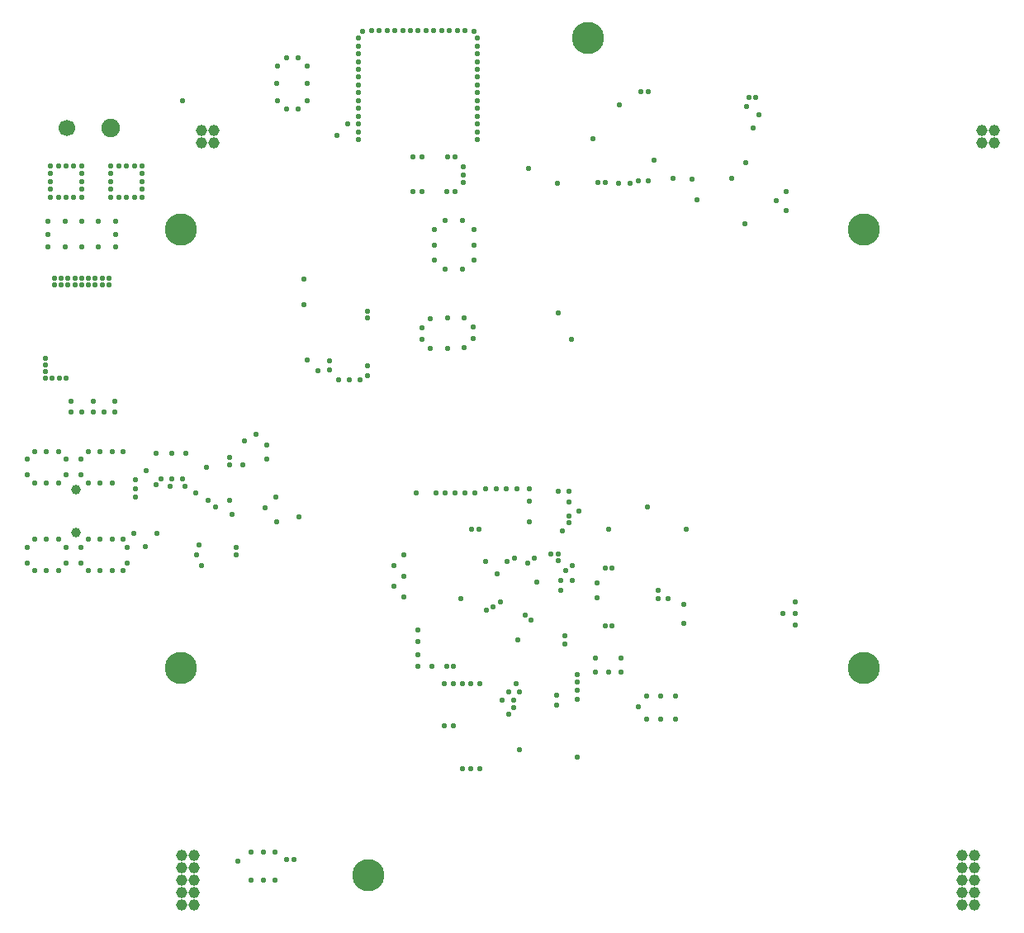
<source format=gbs>
G04 EAGLE Gerber RS-274X export*
G75*
%MOMM*%
%FSLAX34Y34*%
%LPD*%
%INSoldermask Bottom*%
%IPPOS*%
%AMOC8*
5,1,8,0,0,1.08239X$1,22.5*%
G01*
%ADD10C,1.000000*%
%ADD11C,1.700000*%
%ADD12C,1.900000*%
%ADD13C,1.150000*%
%ADD14C,3.300000*%
%ADD15C,0.550000*%


D10*
X65000Y441000D03*
X65000Y397000D03*
D11*
X55500Y812000D03*
D12*
X100500Y812000D03*
D13*
X193650Y809350D03*
X193650Y796650D03*
X206350Y796650D03*
X206350Y809350D03*
X993650Y809350D03*
X993650Y796650D03*
X1006350Y796650D03*
X1006350Y809350D03*
D14*
X173000Y708000D03*
X173000Y258000D03*
X873000Y258000D03*
X873000Y708000D03*
D13*
X986350Y65700D03*
X973650Y65700D03*
X973650Y53000D03*
X986350Y53000D03*
X973650Y40300D03*
X986350Y40300D03*
X973650Y27600D03*
X986350Y27600D03*
X973650Y14900D03*
X986350Y14900D03*
X186350Y65700D03*
X173650Y65700D03*
X173650Y53000D03*
X186350Y53000D03*
X173650Y40300D03*
X186350Y40300D03*
X173650Y27600D03*
X186350Y27600D03*
X173650Y14900D03*
X186350Y14900D03*
D14*
X365000Y46000D03*
X590000Y904000D03*
D15*
X611000Y400000D03*
X691000Y400000D03*
X790000Y314000D03*
X564000Y399000D03*
X223000Y466000D03*
X229000Y382000D03*
X229000Y374000D03*
X223000Y474000D03*
X201000Y430000D03*
X208000Y423000D03*
X223000Y430000D03*
X652000Y849000D03*
X644000Y849000D03*
X755000Y843000D03*
X762000Y843000D03*
X621000Y755000D03*
X633000Y755000D03*
X642000Y758000D03*
X652000Y758000D03*
X39000Y757000D03*
X71000Y757000D03*
X55000Y741000D03*
X281000Y884000D03*
X293000Y884000D03*
X272000Y875000D03*
X302000Y875000D03*
X472000Y608000D03*
X472000Y596000D03*
X463000Y617000D03*
X463000Y587000D03*
X344000Y816000D03*
X355000Y800000D03*
X355000Y808000D03*
X355000Y816000D03*
X355000Y872000D03*
X355000Y880000D03*
X355000Y888000D03*
X355000Y896000D03*
X355000Y848000D03*
X355000Y856000D03*
X355000Y864000D03*
X355000Y824000D03*
X355000Y832000D03*
X355000Y840000D03*
X355000Y904000D03*
X359000Y911000D03*
X477000Y904000D03*
X473000Y911000D03*
X464000Y912000D03*
X456000Y912000D03*
X448000Y912000D03*
X392000Y912000D03*
X384000Y912000D03*
X376000Y912000D03*
X368000Y912000D03*
X416000Y912000D03*
X408000Y912000D03*
X400000Y912000D03*
X440000Y912000D03*
X432000Y912000D03*
X424000Y912000D03*
X477000Y800000D03*
X477000Y808000D03*
X477000Y816000D03*
X477000Y872000D03*
X477000Y880000D03*
X477000Y888000D03*
X477000Y896000D03*
X477000Y848000D03*
X477000Y856000D03*
X477000Y864000D03*
X477000Y824000D03*
X477000Y832000D03*
X477000Y840000D03*
X333000Y804000D03*
X411000Y747000D03*
X420000Y747000D03*
X411000Y782000D03*
X420000Y782000D03*
X446000Y782000D03*
X454000Y782000D03*
X445000Y747000D03*
X454000Y747000D03*
X462000Y756000D03*
X462000Y764000D03*
X462000Y772000D03*
X433000Y692000D03*
X433000Y708000D03*
X433000Y676000D03*
X444000Y717000D03*
X461000Y717000D03*
X473000Y692000D03*
X473000Y708000D03*
X473000Y676000D03*
X444000Y667000D03*
X461000Y667000D03*
X293000Y831000D03*
X281000Y831000D03*
X302000Y840000D03*
X272000Y840000D03*
X271000Y858000D03*
X302000Y858000D03*
X420000Y595000D03*
X420000Y607000D03*
X428000Y586000D03*
X428000Y616000D03*
X446000Y617000D03*
X446000Y586000D03*
X325000Y573000D03*
X325000Y564000D03*
X334000Y554000D03*
X345000Y554000D03*
X356000Y554000D03*
X364000Y568000D03*
X364000Y558000D03*
X313000Y563000D03*
X302000Y574000D03*
X364000Y617000D03*
X364000Y624000D03*
X71000Y690000D03*
X54000Y690000D03*
X88000Y690000D03*
X106000Y690000D03*
X36000Y690000D03*
X36000Y703000D03*
X106000Y703000D03*
X71000Y716000D03*
X54000Y716000D03*
X88000Y716000D03*
X106000Y716000D03*
X36000Y716000D03*
X34000Y576000D03*
X34000Y569000D03*
X34000Y562000D03*
X34000Y555000D03*
X48000Y555000D03*
X55000Y555000D03*
X41000Y555000D03*
X82500Y532000D03*
X71000Y521000D03*
X82500Y521000D03*
X94000Y521000D03*
X60000Y521000D03*
X60000Y532000D03*
X105000Y532000D03*
X105000Y521000D03*
X55000Y773000D03*
X47000Y741000D03*
X39000Y741000D03*
X39000Y749000D03*
X63000Y741000D03*
X71000Y741000D03*
X71000Y749000D03*
X39000Y765000D03*
X39000Y773000D03*
X47000Y773000D03*
X63000Y773000D03*
X71000Y773000D03*
X71000Y765000D03*
X101000Y757000D03*
X133000Y757000D03*
X117000Y741000D03*
X117000Y773000D03*
X109000Y741000D03*
X101000Y741000D03*
X101000Y749000D03*
X125000Y741000D03*
X133000Y741000D03*
X133000Y749000D03*
X101000Y765000D03*
X101000Y773000D03*
X109000Y773000D03*
X125000Y773000D03*
X133000Y773000D03*
X133000Y765000D03*
X299000Y631000D03*
X299000Y657000D03*
X35000Y358000D03*
X35000Y390000D03*
X23000Y358000D03*
X15000Y366000D03*
X47000Y358000D03*
X15000Y382000D03*
X23000Y390000D03*
X47000Y390000D03*
X55000Y366000D03*
X55000Y382000D03*
X35000Y448000D03*
X35000Y480000D03*
X23000Y448000D03*
X15000Y456000D03*
X47000Y448000D03*
X15000Y472000D03*
X23000Y480000D03*
X47000Y480000D03*
X55000Y456000D03*
X55000Y472000D03*
X90000Y448000D03*
X90000Y480000D03*
X78000Y448000D03*
X70000Y456000D03*
X102000Y448000D03*
X70000Y472000D03*
X78000Y480000D03*
X102000Y480000D03*
X113000Y480000D03*
X90000Y358000D03*
X90000Y390000D03*
X78000Y358000D03*
X70000Y366000D03*
X102000Y358000D03*
X70000Y382000D03*
X78000Y390000D03*
X102000Y390000D03*
X113000Y358000D03*
X113000Y390000D03*
X118000Y366000D03*
X118000Y382000D03*
X136000Y383000D03*
X148000Y396000D03*
X124000Y396000D03*
X147000Y446000D03*
X126000Y451000D03*
X126000Y442000D03*
X126000Y433000D03*
X137000Y460500D03*
X163000Y452000D03*
X174000Y452000D03*
X152000Y452000D03*
X162000Y444000D03*
X177000Y444000D03*
X163000Y478000D03*
X178000Y478000D03*
X147000Y478000D03*
X250000Y498000D03*
X238000Y491000D03*
X261000Y487000D03*
X261000Y472000D03*
X191000Y384000D03*
X189000Y374000D03*
X194000Y363000D03*
X574000Y348000D03*
X560000Y375000D03*
X558000Y230000D03*
X558000Y220000D03*
X401000Y352000D03*
X391000Y342000D03*
X401000Y331000D03*
X391000Y363000D03*
X401000Y374000D03*
X416000Y297000D03*
X416000Y285000D03*
X416000Y272000D03*
X430000Y260000D03*
X416000Y260000D03*
X579000Y235000D03*
X579000Y226000D03*
X650000Y229000D03*
X650000Y206000D03*
X642000Y218000D03*
X665000Y229000D03*
X680000Y229000D03*
X665000Y206000D03*
X680000Y206000D03*
X269000Y40300D03*
X257000Y40300D03*
X245000Y40300D03*
X231000Y60300D03*
X245000Y69300D03*
X257000Y69300D03*
X269000Y69300D03*
X803000Y326000D03*
X803000Y302000D03*
X803000Y314000D03*
X598000Y268000D03*
X611000Y254000D03*
X624000Y268000D03*
X624000Y254000D03*
X598000Y254000D03*
X566000Y283000D03*
X566000Y291000D03*
X560000Y368000D03*
X599000Y345000D03*
X599000Y330000D03*
X662000Y338000D03*
X662000Y329000D03*
X672000Y329000D03*
X651000Y423000D03*
X560000Y439000D03*
X571000Y428000D03*
X571000Y439000D03*
X530000Y429000D03*
X517000Y442000D03*
X496000Y442000D03*
X474000Y438000D03*
X454000Y438000D03*
X434000Y438000D03*
X444000Y438000D03*
X464000Y438000D03*
X485000Y442000D03*
X506500Y442000D03*
X530000Y442000D03*
X530000Y408000D03*
X793000Y747000D03*
X793000Y727000D03*
X783000Y737000D03*
X752000Y776000D03*
X737000Y760000D03*
X560000Y622000D03*
X559000Y755000D03*
X529000Y770000D03*
X622000Y835500D03*
X677000Y760000D03*
X573000Y595000D03*
X581000Y419000D03*
X751000Y714000D03*
X485000Y367000D03*
X497000Y355000D03*
X658000Y779000D03*
X579000Y167000D03*
X445000Y260000D03*
X43000Y658000D03*
X71000Y658000D03*
X64000Y658000D03*
X57000Y658000D03*
X50000Y658000D03*
X78000Y658000D03*
X85000Y658000D03*
X92000Y658000D03*
X99000Y658000D03*
X43000Y651000D03*
X71000Y651000D03*
X64000Y651000D03*
X57000Y651000D03*
X50000Y651000D03*
X78000Y651000D03*
X85000Y651000D03*
X92000Y651000D03*
X99000Y651000D03*
X452000Y260000D03*
X471000Y400000D03*
X478000Y400000D03*
X571000Y407000D03*
X571000Y414000D03*
X615000Y361000D03*
X608000Y361000D03*
X615000Y301000D03*
X608000Y301000D03*
X579000Y244000D03*
X579000Y251000D03*
X289000Y61300D03*
X281000Y61300D03*
X600000Y756000D03*
X608000Y756000D03*
X688000Y304000D03*
X688000Y323000D03*
X236000Y466000D03*
X270000Y433000D03*
X294000Y413000D03*
X259000Y422000D03*
X493000Y321000D03*
X470000Y242000D03*
X470000Y155000D03*
X538000Y346000D03*
X500000Y326000D03*
X479000Y242000D03*
X479000Y155000D03*
X486000Y317000D03*
X461000Y242000D03*
X461000Y155000D03*
X460000Y329000D03*
X697000Y759000D03*
X502000Y225000D03*
X509000Y234000D03*
X516000Y242000D03*
X514000Y217500D03*
X509000Y210750D03*
X532000Y307000D03*
X526000Y312000D03*
X562000Y338000D03*
X562000Y348000D03*
X567000Y358000D03*
X759000Y812000D03*
X574000Y363000D03*
X765000Y825000D03*
X552000Y375000D03*
X595000Y801000D03*
X702000Y738000D03*
X753000Y834000D03*
X535000Y371000D03*
X528000Y366000D03*
X515000Y371000D03*
X452000Y242000D03*
X452000Y199000D03*
X507000Y367000D03*
X443000Y242000D03*
X443000Y199000D03*
X414000Y438000D03*
X174000Y840000D03*
X199000Y464000D03*
X271000Y408000D03*
X188000Y438000D03*
X225000Y416000D03*
X514000Y225000D03*
X518000Y287000D03*
X520000Y234000D03*
X520000Y174000D03*
M02*

</source>
